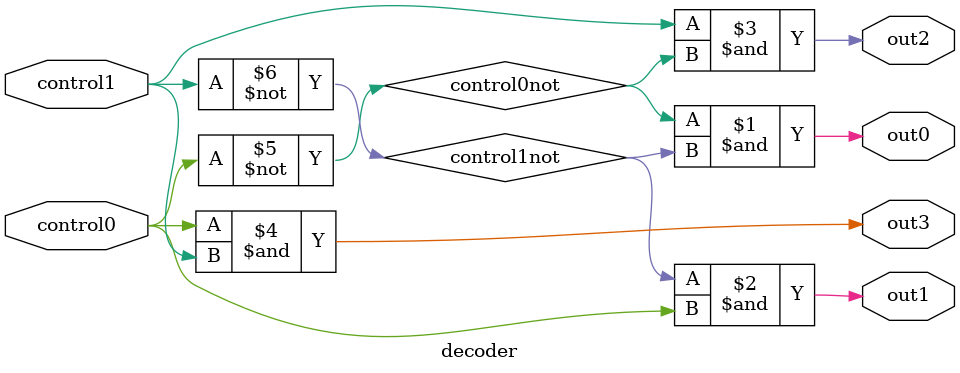
<source format=v>
module decoder(control1,control0,out0,out1,out2,out3);

input control0,control1;
output out0,out1,out2,out3;

wire control0not,control1not;

not(control0not,control0);
not(control1not,control1);

and(out0,control0not,control1not);
and(out1,control1not,control0);
and(out2,control1,control0not);
and(out3,control0,control1);


endmodule
</source>
